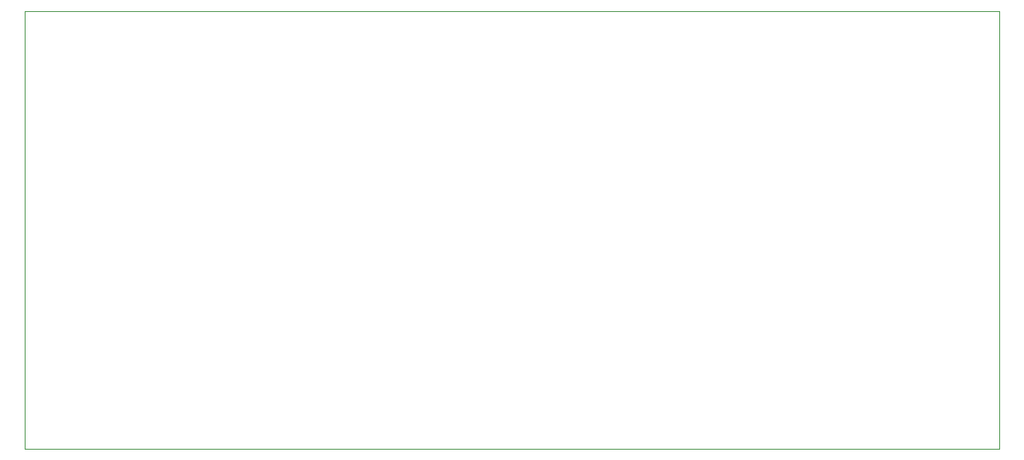
<source format=gbr>
%TF.GenerationSoftware,KiCad,Pcbnew,8.0.5*%
%TF.CreationDate,2024-10-10T20:33:14-07:00*%
%TF.ProjectId,IEEE soldering project,49454545-2073-46f6-9c64-6572696e6720,rev?*%
%TF.SameCoordinates,Original*%
%TF.FileFunction,Profile,NP*%
%FSLAX46Y46*%
G04 Gerber Fmt 4.6, Leading zero omitted, Abs format (unit mm)*
G04 Created by KiCad (PCBNEW 8.0.5) date 2024-10-10 20:33:14*
%MOMM*%
%LPD*%
G01*
G04 APERTURE LIST*
%TA.AperFunction,Profile*%
%ADD10C,0.050000*%
%TD*%
G04 APERTURE END LIST*
D10*
X75000000Y-22500000D02*
X178500000Y-22500000D01*
X178500000Y-69000000D01*
X75000000Y-69000000D01*
X75000000Y-22500000D01*
M02*

</source>
